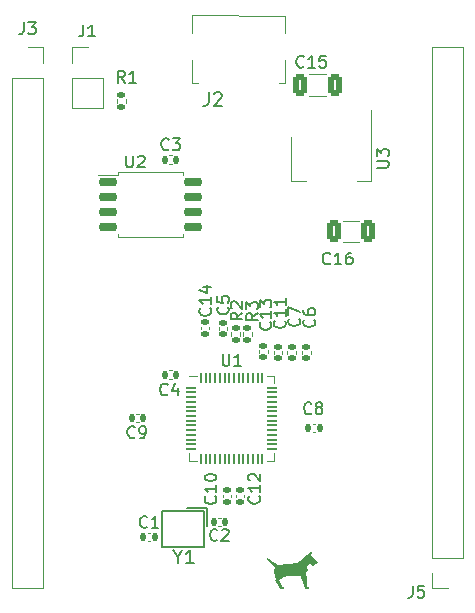
<source format=gto>
%TF.GenerationSoftware,KiCad,Pcbnew,7.0.0-da2b9df05c~163~ubuntu20.04.1*%
%TF.CreationDate,2023-05-09T10:41:34+01:00*%
%TF.ProjectId,KiCAD_Board_3_Minimal_Full_RP2040,4b694341-445f-4426-9f61-72645f335f4d,rev?*%
%TF.SameCoordinates,Original*%
%TF.FileFunction,Legend,Top*%
%TF.FilePolarity,Positive*%
%FSLAX46Y46*%
G04 Gerber Fmt 4.6, Leading zero omitted, Abs format (unit mm)*
G04 Created by KiCad (PCBNEW 7.0.0-da2b9df05c~163~ubuntu20.04.1) date 2023-05-09 10:41:34*
%MOMM*%
%LPD*%
G01*
G04 APERTURE LIST*
G04 Aperture macros list*
%AMRoundRect*
0 Rectangle with rounded corners*
0 $1 Rounding radius*
0 $2 $3 $4 $5 $6 $7 $8 $9 X,Y pos of 4 corners*
0 Add a 4 corners polygon primitive as box body*
4,1,4,$2,$3,$4,$5,$6,$7,$8,$9,$2,$3,0*
0 Add four circle primitives for the rounded corners*
1,1,$1+$1,$2,$3*
1,1,$1+$1,$4,$5*
1,1,$1+$1,$6,$7*
1,1,$1+$1,$8,$9*
0 Add four rect primitives between the rounded corners*
20,1,$1+$1,$2,$3,$4,$5,0*
20,1,$1+$1,$4,$5,$6,$7,0*
20,1,$1+$1,$6,$7,$8,$9,0*
20,1,$1+$1,$8,$9,$2,$3,0*%
G04 Aperture macros list end*
%ADD10C,0.042300*%
%ADD11C,0.150000*%
%ADD12C,0.152000*%
%ADD13C,0.120000*%
%ADD14RoundRect,0.140000X-0.140000X-0.170000X0.140000X-0.170000X0.140000X0.170000X-0.140000X0.170000X0*%
%ADD15RoundRect,0.250000X-0.325000X-0.650000X0.325000X-0.650000X0.325000X0.650000X-0.325000X0.650000X0*%
%ADD16RoundRect,0.135000X-0.185000X0.135000X-0.185000X-0.135000X0.185000X-0.135000X0.185000X0.135000X0*%
%ADD17R,1.700000X1.700000*%
%ADD18O,1.700000X1.700000*%
%ADD19RoundRect,0.140000X0.170000X-0.140000X0.170000X0.140000X-0.170000X0.140000X-0.170000X-0.140000X0*%
%ADD20RoundRect,0.050000X-0.387500X-0.050000X0.387500X-0.050000X0.387500X0.050000X-0.387500X0.050000X0*%
%ADD21RoundRect,0.050000X-0.050000X-0.387500X0.050000X-0.387500X0.050000X0.387500X-0.050000X0.387500X0*%
%ADD22R,3.200000X3.200000*%
%ADD23RoundRect,0.140000X0.140000X0.170000X-0.140000X0.170000X-0.140000X-0.170000X0.140000X-0.170000X0*%
%ADD24RoundRect,0.135000X0.185000X-0.135000X0.185000X0.135000X-0.185000X0.135000X-0.185000X-0.135000X0*%
%ADD25R,1.200000X1.100000*%
%ADD26RoundRect,0.150000X-0.650000X-0.150000X0.650000X-0.150000X0.650000X0.150000X-0.650000X0.150000X0*%
%ADD27R,0.450000X1.380000*%
%ADD28R,2.375000X1.900000*%
%ADD29R,1.475000X2.100000*%
%ADD30R,1.175000X1.900000*%
%ADD31RoundRect,0.140000X-0.170000X0.140000X-0.170000X-0.140000X0.170000X-0.140000X0.170000X0.140000X0*%
%ADD32R,1.500000X2.000000*%
%ADD33R,3.800000X2.000000*%
G04 APERTURE END LIST*
D10*
G36*
X125585630Y-84642033D02*
G01*
X125585899Y-84642689D01*
X125585989Y-84643587D01*
X125585903Y-84644721D01*
X125585646Y-84646085D01*
X125585221Y-84647672D01*
X125583880Y-84651493D01*
X125581911Y-84656131D01*
X125579342Y-84661538D01*
X125576203Y-84667662D01*
X125572524Y-84674453D01*
X125568334Y-84681861D01*
X125563662Y-84689835D01*
X125558537Y-84698325D01*
X125552989Y-84707280D01*
X125547047Y-84716650D01*
X125540741Y-84726385D01*
X125534100Y-84736434D01*
X125527153Y-84746746D01*
X125458369Y-84847859D01*
X125758336Y-85158566D01*
X125874746Y-85279863D01*
X125969974Y-85380478D01*
X126034198Y-85449931D01*
X126051614Y-85469696D01*
X126057595Y-85477740D01*
X126057470Y-85478254D01*
X126057099Y-85478892D01*
X126056489Y-85479650D01*
X126055646Y-85480525D01*
X126053285Y-85482610D01*
X126050068Y-85485117D01*
X126046043Y-85488015D01*
X126041262Y-85491276D01*
X126035775Y-85494868D01*
X126029631Y-85498761D01*
X126015578Y-85507334D01*
X125999503Y-85516753D01*
X125981809Y-85526779D01*
X125962899Y-85537171D01*
X125949883Y-85544342D01*
X125937570Y-85551382D01*
X125925897Y-85558343D01*
X125914797Y-85565278D01*
X125904204Y-85572238D01*
X125894053Y-85579278D01*
X125884278Y-85586448D01*
X125874813Y-85593803D01*
X125865593Y-85601394D01*
X125856552Y-85609275D01*
X125847625Y-85617497D01*
X125838745Y-85626113D01*
X125829847Y-85635176D01*
X125820865Y-85644739D01*
X125811734Y-85654854D01*
X125802388Y-85665574D01*
X125788899Y-85681133D01*
X125776072Y-85695641D01*
X125764203Y-85708782D01*
X125753591Y-85720238D01*
X125744535Y-85729690D01*
X125737332Y-85736821D01*
X125732280Y-85741314D01*
X125730654Y-85742472D01*
X125729677Y-85742851D01*
X125728287Y-85742282D01*
X125725439Y-85740614D01*
X125715683Y-85734206D01*
X125701039Y-85724078D01*
X125682136Y-85710682D01*
X125659604Y-85694469D01*
X125634070Y-85675890D01*
X125576519Y-85633444D01*
X125546760Y-85611581D01*
X125518528Y-85591323D01*
X125492476Y-85573104D01*
X125469255Y-85557358D01*
X125449517Y-85544520D01*
X125433912Y-85535023D01*
X125423093Y-85529301D01*
X125419681Y-85527992D01*
X125417710Y-85527789D01*
X125415839Y-85529141D01*
X125412699Y-85532022D01*
X125408363Y-85536355D01*
X125402905Y-85542061D01*
X125388911Y-85557279D01*
X125371298Y-85577050D01*
X125350648Y-85600749D01*
X125327543Y-85627749D01*
X125302565Y-85657424D01*
X125276296Y-85689149D01*
X125146732Y-85846937D01*
X125188855Y-85977552D01*
X125230968Y-86108175D01*
X125151028Y-86204474D01*
X125071076Y-86300819D01*
X125123628Y-86884132D01*
X125162282Y-87307179D01*
X125181430Y-87505182D01*
X125186696Y-87542973D01*
X125259884Y-87546004D01*
X125275393Y-87546698D01*
X125289273Y-87547687D01*
X125301597Y-87549044D01*
X125312440Y-87550836D01*
X125317331Y-87551918D01*
X125321879Y-87553136D01*
X125326094Y-87554497D01*
X125329986Y-87556011D01*
X125333565Y-87557687D01*
X125336838Y-87559533D01*
X125339817Y-87561557D01*
X125342510Y-87563770D01*
X125344926Y-87566179D01*
X125347076Y-87568794D01*
X125348967Y-87571622D01*
X125350610Y-87574673D01*
X125352015Y-87577956D01*
X125353189Y-87581479D01*
X125354144Y-87585251D01*
X125354888Y-87589280D01*
X125355430Y-87593576D01*
X125355780Y-87598147D01*
X125355940Y-87608150D01*
X125355445Y-87619358D01*
X125354369Y-87631841D01*
X125349194Y-87681704D01*
X125199585Y-87677164D01*
X125049971Y-87672625D01*
X124891982Y-87125069D01*
X124829619Y-86912096D01*
X124776613Y-86736976D01*
X124738571Y-86617833D01*
X124726914Y-86584916D01*
X124721100Y-86572790D01*
X124500150Y-86577521D01*
X124017958Y-86593299D01*
X123516646Y-86611690D01*
X123238334Y-86624262D01*
X123218703Y-86625955D01*
X123210711Y-86626817D01*
X123203814Y-86627776D01*
X123197920Y-86628897D01*
X123192939Y-86630245D01*
X123190762Y-86631025D01*
X123188780Y-86631885D01*
X123186980Y-86632835D01*
X123185352Y-86633882D01*
X123183883Y-86635035D01*
X123182563Y-86636301D01*
X123181381Y-86637689D01*
X123180324Y-86639207D01*
X123179382Y-86640862D01*
X123178543Y-86642664D01*
X123177796Y-86644619D01*
X123177129Y-86646737D01*
X123175991Y-86651493D01*
X123175039Y-86656994D01*
X123173326Y-86670497D01*
X123172375Y-86677532D01*
X123171782Y-86680841D01*
X123171072Y-86684043D01*
X123170217Y-86687164D01*
X123169188Y-86690228D01*
X123167956Y-86693260D01*
X123166492Y-86696286D01*
X123164768Y-86699329D01*
X123162755Y-86702414D01*
X123160425Y-86705567D01*
X123157748Y-86708812D01*
X123154696Y-86712174D01*
X123151241Y-86715677D01*
X123147354Y-86719347D01*
X123143005Y-86723209D01*
X123138166Y-86727286D01*
X123132810Y-86731605D01*
X123126906Y-86736189D01*
X123120426Y-86741064D01*
X123113341Y-86746254D01*
X123105624Y-86751784D01*
X123088174Y-86763964D01*
X123067848Y-86777801D01*
X123044415Y-86793496D01*
X122987310Y-86831247D01*
X122857903Y-86916848D01*
X122817434Y-86943919D01*
X122801261Y-86955087D01*
X122801418Y-86957212D01*
X122802871Y-86962347D01*
X122809408Y-86981023D01*
X122820368Y-87009872D01*
X122835246Y-87047648D01*
X122874731Y-87145003D01*
X122923823Y-87263130D01*
X123051208Y-87566605D01*
X123108534Y-87571145D01*
X123144115Y-87574266D01*
X123158601Y-87575843D01*
X123171067Y-87577559D01*
X123181653Y-87579510D01*
X123190498Y-87581793D01*
X123194310Y-87583089D01*
X123197739Y-87584504D01*
X123200802Y-87586049D01*
X123203515Y-87587737D01*
X123205897Y-87589580D01*
X123207965Y-87591590D01*
X123209736Y-87593779D01*
X123211227Y-87596159D01*
X123212456Y-87598741D01*
X123213440Y-87601539D01*
X123214196Y-87604563D01*
X123214742Y-87607826D01*
X123215272Y-87615117D01*
X123215167Y-87623508D01*
X123214568Y-87633094D01*
X123213612Y-87643973D01*
X123208463Y-87698375D01*
X123096004Y-87698344D01*
X122983544Y-87698303D01*
X122757048Y-87335648D01*
X122757125Y-87335110D01*
X122530629Y-86972453D01*
X122577932Y-86927065D01*
X122625239Y-86881647D01*
X122520197Y-86540448D01*
X122415157Y-86199213D01*
X122488759Y-86049349D01*
X122517359Y-85990458D01*
X122540820Y-85940886D01*
X122556718Y-85905841D01*
X122561075Y-85895396D01*
X122562631Y-85890537D01*
X122560763Y-85887769D01*
X122555219Y-85881394D01*
X122533854Y-85858583D01*
X122500039Y-85823628D01*
X122455276Y-85778053D01*
X122338908Y-85661141D01*
X122196761Y-85520038D01*
X122055527Y-85379363D01*
X121941638Y-85263634D01*
X121866722Y-85184830D01*
X121847511Y-85163018D01*
X121843104Y-85157165D01*
X121842405Y-85154931D01*
X121843583Y-85155038D01*
X121845886Y-85155910D01*
X121853748Y-85159869D01*
X121881688Y-85176114D01*
X121924373Y-85202450D01*
X121979949Y-85237658D01*
X122122365Y-85329819D01*
X122294111Y-85442854D01*
X122466886Y-85556099D01*
X122612102Y-85648941D01*
X122714509Y-85711794D01*
X122744894Y-85728979D01*
X122754048Y-85733486D01*
X122758859Y-85735071D01*
X123597286Y-85639588D01*
X124453250Y-85537313D01*
X124457794Y-85534873D01*
X124466441Y-85528798D01*
X124495147Y-85506493D01*
X124537567Y-85471897D01*
X124591899Y-85426511D01*
X124656345Y-85371835D01*
X124729103Y-85309368D01*
X124808371Y-85240612D01*
X124892351Y-85167067D01*
X125104961Y-84981500D01*
X125185513Y-84912763D01*
X125252581Y-84857056D01*
X125308928Y-84812126D01*
X125357315Y-84775721D01*
X125400505Y-84745590D01*
X125441262Y-84719482D01*
X125468238Y-84703130D01*
X125493828Y-84688030D01*
X125517442Y-84674502D01*
X125538488Y-84662866D01*
X125556375Y-84653441D01*
X125570513Y-84646546D01*
X125580311Y-84642501D01*
X125583398Y-84641648D01*
X125585178Y-84641626D01*
X125585630Y-84642033D01*
G37*
X125585630Y-84642033D02*
X125585899Y-84642689D01*
X125585989Y-84643587D01*
X125585903Y-84644721D01*
X125585646Y-84646085D01*
X125585221Y-84647672D01*
X125583880Y-84651493D01*
X125581911Y-84656131D01*
X125579342Y-84661538D01*
X125576203Y-84667662D01*
X125572524Y-84674453D01*
X125568334Y-84681861D01*
X125563662Y-84689835D01*
X125558537Y-84698325D01*
X125552989Y-84707280D01*
X125547047Y-84716650D01*
X125540741Y-84726385D01*
X125534100Y-84736434D01*
X125527153Y-84746746D01*
X125458369Y-84847859D01*
X125758336Y-85158566D01*
X125874746Y-85279863D01*
X125969974Y-85380478D01*
X126034198Y-85449931D01*
X126051614Y-85469696D01*
X126057595Y-85477740D01*
X126057470Y-85478254D01*
X126057099Y-85478892D01*
X126056489Y-85479650D01*
X126055646Y-85480525D01*
X126053285Y-85482610D01*
X126050068Y-85485117D01*
X126046043Y-85488015D01*
X126041262Y-85491276D01*
X126035775Y-85494868D01*
X126029631Y-85498761D01*
X126015578Y-85507334D01*
X125999503Y-85516753D01*
X125981809Y-85526779D01*
X125962899Y-85537171D01*
X125949883Y-85544342D01*
X125937570Y-85551382D01*
X125925897Y-85558343D01*
X125914797Y-85565278D01*
X125904204Y-85572238D01*
X125894053Y-85579278D01*
X125884278Y-85586448D01*
X125874813Y-85593803D01*
X125865593Y-85601394D01*
X125856552Y-85609275D01*
X125847625Y-85617497D01*
X125838745Y-85626113D01*
X125829847Y-85635176D01*
X125820865Y-85644739D01*
X125811734Y-85654854D01*
X125802388Y-85665574D01*
X125788899Y-85681133D01*
X125776072Y-85695641D01*
X125764203Y-85708782D01*
X125753591Y-85720238D01*
X125744535Y-85729690D01*
X125737332Y-85736821D01*
X125732280Y-85741314D01*
X125730654Y-85742472D01*
X125729677Y-85742851D01*
X125728287Y-85742282D01*
X125725439Y-85740614D01*
X125715683Y-85734206D01*
X125701039Y-85724078D01*
X125682136Y-85710682D01*
X125659604Y-85694469D01*
X125634070Y-85675890D01*
X125576519Y-85633444D01*
X125546760Y-85611581D01*
X125518528Y-85591323D01*
X125492476Y-85573104D01*
X125469255Y-85557358D01*
X125449517Y-85544520D01*
X125433912Y-85535023D01*
X125423093Y-85529301D01*
X125419681Y-85527992D01*
X125417710Y-85527789D01*
X125415839Y-85529141D01*
X125412699Y-85532022D01*
X125408363Y-85536355D01*
X125402905Y-85542061D01*
X125388911Y-85557279D01*
X125371298Y-85577050D01*
X125350648Y-85600749D01*
X125327543Y-85627749D01*
X125302565Y-85657424D01*
X125276296Y-85689149D01*
X125146732Y-85846937D01*
X125188855Y-85977552D01*
X125230968Y-86108175D01*
X125151028Y-86204474D01*
X125071076Y-86300819D01*
X125123628Y-86884132D01*
X125162282Y-87307179D01*
X125181430Y-87505182D01*
X125186696Y-87542973D01*
X125259884Y-87546004D01*
X125275393Y-87546698D01*
X125289273Y-87547687D01*
X125301597Y-87549044D01*
X125312440Y-87550836D01*
X125317331Y-87551918D01*
X125321879Y-87553136D01*
X125326094Y-87554497D01*
X125329986Y-87556011D01*
X125333565Y-87557687D01*
X125336838Y-87559533D01*
X125339817Y-87561557D01*
X125342510Y-87563770D01*
X125344926Y-87566179D01*
X125347076Y-87568794D01*
X125348967Y-87571622D01*
X125350610Y-87574673D01*
X125352015Y-87577956D01*
X125353189Y-87581479D01*
X125354144Y-87585251D01*
X125354888Y-87589280D01*
X125355430Y-87593576D01*
X125355780Y-87598147D01*
X125355940Y-87608150D01*
X125355445Y-87619358D01*
X125354369Y-87631841D01*
X125349194Y-87681704D01*
X125199585Y-87677164D01*
X125049971Y-87672625D01*
X124891982Y-87125069D01*
X124829619Y-86912096D01*
X124776613Y-86736976D01*
X124738571Y-86617833D01*
X124726914Y-86584916D01*
X124721100Y-86572790D01*
X124500150Y-86577521D01*
X124017958Y-86593299D01*
X123516646Y-86611690D01*
X123238334Y-86624262D01*
X123218703Y-86625955D01*
X123210711Y-86626817D01*
X123203814Y-86627776D01*
X123197920Y-86628897D01*
X123192939Y-86630245D01*
X123190762Y-86631025D01*
X123188780Y-86631885D01*
X123186980Y-86632835D01*
X123185352Y-86633882D01*
X123183883Y-86635035D01*
X123182563Y-86636301D01*
X123181381Y-86637689D01*
X123180324Y-86639207D01*
X123179382Y-86640862D01*
X123178543Y-86642664D01*
X123177796Y-86644619D01*
X123177129Y-86646737D01*
X123175991Y-86651493D01*
X123175039Y-86656994D01*
X123173326Y-86670497D01*
X123172375Y-86677532D01*
X123171782Y-86680841D01*
X123171072Y-86684043D01*
X123170217Y-86687164D01*
X123169188Y-86690228D01*
X123167956Y-86693260D01*
X123166492Y-86696286D01*
X123164768Y-86699329D01*
X123162755Y-86702414D01*
X123160425Y-86705567D01*
X123157748Y-86708812D01*
X123154696Y-86712174D01*
X123151241Y-86715677D01*
X123147354Y-86719347D01*
X123143005Y-86723209D01*
X123138166Y-86727286D01*
X123132810Y-86731605D01*
X123126906Y-86736189D01*
X123120426Y-86741064D01*
X123113341Y-86746254D01*
X123105624Y-86751784D01*
X123088174Y-86763964D01*
X123067848Y-86777801D01*
X123044415Y-86793496D01*
X122987310Y-86831247D01*
X122857903Y-86916848D01*
X122817434Y-86943919D01*
X122801261Y-86955087D01*
X122801418Y-86957212D01*
X122802871Y-86962347D01*
X122809408Y-86981023D01*
X122820368Y-87009872D01*
X122835246Y-87047648D01*
X122874731Y-87145003D01*
X122923823Y-87263130D01*
X123051208Y-87566605D01*
X123108534Y-87571145D01*
X123144115Y-87574266D01*
X123158601Y-87575843D01*
X123171067Y-87577559D01*
X123181653Y-87579510D01*
X123190498Y-87581793D01*
X123194310Y-87583089D01*
X123197739Y-87584504D01*
X123200802Y-87586049D01*
X123203515Y-87587737D01*
X123205897Y-87589580D01*
X123207965Y-87591590D01*
X123209736Y-87593779D01*
X123211227Y-87596159D01*
X123212456Y-87598741D01*
X123213440Y-87601539D01*
X123214196Y-87604563D01*
X123214742Y-87607826D01*
X123215272Y-87615117D01*
X123215167Y-87623508D01*
X123214568Y-87633094D01*
X123213612Y-87643973D01*
X123208463Y-87698375D01*
X123096004Y-87698344D01*
X122983544Y-87698303D01*
X122757048Y-87335648D01*
X122757125Y-87335110D01*
X122530629Y-86972453D01*
X122577932Y-86927065D01*
X122625239Y-86881647D01*
X122520197Y-86540448D01*
X122415157Y-86199213D01*
X122488759Y-86049349D01*
X122517359Y-85990458D01*
X122540820Y-85940886D01*
X122556718Y-85905841D01*
X122561075Y-85895396D01*
X122562631Y-85890537D01*
X122560763Y-85887769D01*
X122555219Y-85881394D01*
X122533854Y-85858583D01*
X122500039Y-85823628D01*
X122455276Y-85778053D01*
X122338908Y-85661141D01*
X122196761Y-85520038D01*
X122055527Y-85379363D01*
X121941638Y-85263634D01*
X121866722Y-85184830D01*
X121847511Y-85163018D01*
X121843104Y-85157165D01*
X121842405Y-85154931D01*
X121843583Y-85155038D01*
X121845886Y-85155910D01*
X121853748Y-85159869D01*
X121881688Y-85176114D01*
X121924373Y-85202450D01*
X121979949Y-85237658D01*
X122122365Y-85329819D01*
X122294111Y-85442854D01*
X122466886Y-85556099D01*
X122612102Y-85648941D01*
X122714509Y-85711794D01*
X122744894Y-85728979D01*
X122754048Y-85733486D01*
X122758859Y-85735071D01*
X123597286Y-85639588D01*
X124453250Y-85537313D01*
X124457794Y-85534873D01*
X124466441Y-85528798D01*
X124495147Y-85506493D01*
X124537567Y-85471897D01*
X124591899Y-85426511D01*
X124656345Y-85371835D01*
X124729103Y-85309368D01*
X124808371Y-85240612D01*
X124892351Y-85167067D01*
X125104961Y-84981500D01*
X125185513Y-84912763D01*
X125252581Y-84857056D01*
X125308928Y-84812126D01*
X125357315Y-84775721D01*
X125400505Y-84745590D01*
X125441262Y-84719482D01*
X125468238Y-84703130D01*
X125493828Y-84688030D01*
X125517442Y-84674502D01*
X125538488Y-84662866D01*
X125556375Y-84653441D01*
X125570513Y-84646546D01*
X125580311Y-84642501D01*
X125583398Y-84641648D01*
X125585178Y-84641626D01*
X125585630Y-84642033D01*
D11*
%TO.C,C1*%
X111713333Y-82482142D02*
X111665714Y-82529761D01*
X111665714Y-82529761D02*
X111522857Y-82577380D01*
X111522857Y-82577380D02*
X111427619Y-82577380D01*
X111427619Y-82577380D02*
X111284762Y-82529761D01*
X111284762Y-82529761D02*
X111189524Y-82434523D01*
X111189524Y-82434523D02*
X111141905Y-82339285D01*
X111141905Y-82339285D02*
X111094286Y-82148809D01*
X111094286Y-82148809D02*
X111094286Y-82005952D01*
X111094286Y-82005952D02*
X111141905Y-81815476D01*
X111141905Y-81815476D02*
X111189524Y-81720238D01*
X111189524Y-81720238D02*
X111284762Y-81625000D01*
X111284762Y-81625000D02*
X111427619Y-81577380D01*
X111427619Y-81577380D02*
X111522857Y-81577380D01*
X111522857Y-81577380D02*
X111665714Y-81625000D01*
X111665714Y-81625000D02*
X111713333Y-81672619D01*
X112665714Y-82577380D02*
X112094286Y-82577380D01*
X112380000Y-82577380D02*
X112380000Y-81577380D01*
X112380000Y-81577380D02*
X112284762Y-81720238D01*
X112284762Y-81720238D02*
X112189524Y-81815476D01*
X112189524Y-81815476D02*
X112094286Y-81863095D01*
%TO.C,C16*%
X127197142Y-60182142D02*
X127149523Y-60229761D01*
X127149523Y-60229761D02*
X127006666Y-60277380D01*
X127006666Y-60277380D02*
X126911428Y-60277380D01*
X126911428Y-60277380D02*
X126768571Y-60229761D01*
X126768571Y-60229761D02*
X126673333Y-60134523D01*
X126673333Y-60134523D02*
X126625714Y-60039285D01*
X126625714Y-60039285D02*
X126578095Y-59848809D01*
X126578095Y-59848809D02*
X126578095Y-59705952D01*
X126578095Y-59705952D02*
X126625714Y-59515476D01*
X126625714Y-59515476D02*
X126673333Y-59420238D01*
X126673333Y-59420238D02*
X126768571Y-59325000D01*
X126768571Y-59325000D02*
X126911428Y-59277380D01*
X126911428Y-59277380D02*
X127006666Y-59277380D01*
X127006666Y-59277380D02*
X127149523Y-59325000D01*
X127149523Y-59325000D02*
X127197142Y-59372619D01*
X128149523Y-60277380D02*
X127578095Y-60277380D01*
X127863809Y-60277380D02*
X127863809Y-59277380D01*
X127863809Y-59277380D02*
X127768571Y-59420238D01*
X127768571Y-59420238D02*
X127673333Y-59515476D01*
X127673333Y-59515476D02*
X127578095Y-59563095D01*
X129006666Y-59277380D02*
X128816190Y-59277380D01*
X128816190Y-59277380D02*
X128720952Y-59325000D01*
X128720952Y-59325000D02*
X128673333Y-59372619D01*
X128673333Y-59372619D02*
X128578095Y-59515476D01*
X128578095Y-59515476D02*
X128530476Y-59705952D01*
X128530476Y-59705952D02*
X128530476Y-60086904D01*
X128530476Y-60086904D02*
X128578095Y-60182142D01*
X128578095Y-60182142D02*
X128625714Y-60229761D01*
X128625714Y-60229761D02*
X128720952Y-60277380D01*
X128720952Y-60277380D02*
X128911428Y-60277380D01*
X128911428Y-60277380D02*
X129006666Y-60229761D01*
X129006666Y-60229761D02*
X129054285Y-60182142D01*
X129054285Y-60182142D02*
X129101904Y-60086904D01*
X129101904Y-60086904D02*
X129101904Y-59848809D01*
X129101904Y-59848809D02*
X129054285Y-59753571D01*
X129054285Y-59753571D02*
X129006666Y-59705952D01*
X129006666Y-59705952D02*
X128911428Y-59658333D01*
X128911428Y-59658333D02*
X128720952Y-59658333D01*
X128720952Y-59658333D02*
X128625714Y-59705952D01*
X128625714Y-59705952D02*
X128578095Y-59753571D01*
X128578095Y-59753571D02*
X128530476Y-59848809D01*
%TO.C,R2*%
X119767380Y-64356666D02*
X119291190Y-64689999D01*
X119767380Y-64928094D02*
X118767380Y-64928094D01*
X118767380Y-64928094D02*
X118767380Y-64547142D01*
X118767380Y-64547142D02*
X118815000Y-64451904D01*
X118815000Y-64451904D02*
X118862619Y-64404285D01*
X118862619Y-64404285D02*
X118957857Y-64356666D01*
X118957857Y-64356666D02*
X119100714Y-64356666D01*
X119100714Y-64356666D02*
X119195952Y-64404285D01*
X119195952Y-64404285D02*
X119243571Y-64451904D01*
X119243571Y-64451904D02*
X119291190Y-64547142D01*
X119291190Y-64547142D02*
X119291190Y-64928094D01*
X118862619Y-63975713D02*
X118815000Y-63928094D01*
X118815000Y-63928094D02*
X118767380Y-63832856D01*
X118767380Y-63832856D02*
X118767380Y-63594761D01*
X118767380Y-63594761D02*
X118815000Y-63499523D01*
X118815000Y-63499523D02*
X118862619Y-63451904D01*
X118862619Y-63451904D02*
X118957857Y-63404285D01*
X118957857Y-63404285D02*
X119053095Y-63404285D01*
X119053095Y-63404285D02*
X119195952Y-63451904D01*
X119195952Y-63451904D02*
X119767380Y-64023332D01*
X119767380Y-64023332D02*
X119767380Y-63404285D01*
%TO.C,J3*%
X101266666Y-39777380D02*
X101266666Y-40491666D01*
X101266666Y-40491666D02*
X101219047Y-40634523D01*
X101219047Y-40634523D02*
X101123809Y-40729761D01*
X101123809Y-40729761D02*
X100980952Y-40777380D01*
X100980952Y-40777380D02*
X100885714Y-40777380D01*
X101647619Y-39777380D02*
X102266666Y-39777380D01*
X102266666Y-39777380D02*
X101933333Y-40158333D01*
X101933333Y-40158333D02*
X102076190Y-40158333D01*
X102076190Y-40158333D02*
X102171428Y-40205952D01*
X102171428Y-40205952D02*
X102219047Y-40253571D01*
X102219047Y-40253571D02*
X102266666Y-40348809D01*
X102266666Y-40348809D02*
X102266666Y-40586904D01*
X102266666Y-40586904D02*
X102219047Y-40682142D01*
X102219047Y-40682142D02*
X102171428Y-40729761D01*
X102171428Y-40729761D02*
X102076190Y-40777380D01*
X102076190Y-40777380D02*
X101790476Y-40777380D01*
X101790476Y-40777380D02*
X101695238Y-40729761D01*
X101695238Y-40729761D02*
X101647619Y-40682142D01*
%TO.C,C11*%
X123342142Y-65042857D02*
X123389761Y-65090476D01*
X123389761Y-65090476D02*
X123437380Y-65233333D01*
X123437380Y-65233333D02*
X123437380Y-65328571D01*
X123437380Y-65328571D02*
X123389761Y-65471428D01*
X123389761Y-65471428D02*
X123294523Y-65566666D01*
X123294523Y-65566666D02*
X123199285Y-65614285D01*
X123199285Y-65614285D02*
X123008809Y-65661904D01*
X123008809Y-65661904D02*
X122865952Y-65661904D01*
X122865952Y-65661904D02*
X122675476Y-65614285D01*
X122675476Y-65614285D02*
X122580238Y-65566666D01*
X122580238Y-65566666D02*
X122485000Y-65471428D01*
X122485000Y-65471428D02*
X122437380Y-65328571D01*
X122437380Y-65328571D02*
X122437380Y-65233333D01*
X122437380Y-65233333D02*
X122485000Y-65090476D01*
X122485000Y-65090476D02*
X122532619Y-65042857D01*
X123437380Y-64090476D02*
X123437380Y-64661904D01*
X123437380Y-64376190D02*
X122437380Y-64376190D01*
X122437380Y-64376190D02*
X122580238Y-64471428D01*
X122580238Y-64471428D02*
X122675476Y-64566666D01*
X122675476Y-64566666D02*
X122723095Y-64661904D01*
X123437380Y-63138095D02*
X123437380Y-63709523D01*
X123437380Y-63423809D02*
X122437380Y-63423809D01*
X122437380Y-63423809D02*
X122580238Y-63519047D01*
X122580238Y-63519047D02*
X122675476Y-63614285D01*
X122675476Y-63614285D02*
X122723095Y-63709523D01*
%TO.C,R1*%
X109813333Y-44877380D02*
X109480000Y-44401190D01*
X109241905Y-44877380D02*
X109241905Y-43877380D01*
X109241905Y-43877380D02*
X109622857Y-43877380D01*
X109622857Y-43877380D02*
X109718095Y-43925000D01*
X109718095Y-43925000D02*
X109765714Y-43972619D01*
X109765714Y-43972619D02*
X109813333Y-44067857D01*
X109813333Y-44067857D02*
X109813333Y-44210714D01*
X109813333Y-44210714D02*
X109765714Y-44305952D01*
X109765714Y-44305952D02*
X109718095Y-44353571D01*
X109718095Y-44353571D02*
X109622857Y-44401190D01*
X109622857Y-44401190D02*
X109241905Y-44401190D01*
X110765714Y-44877380D02*
X110194286Y-44877380D01*
X110480000Y-44877380D02*
X110480000Y-43877380D01*
X110480000Y-43877380D02*
X110384762Y-44020238D01*
X110384762Y-44020238D02*
X110289524Y-44115476D01*
X110289524Y-44115476D02*
X110194286Y-44163095D01*
%TO.C,U1*%
X118098095Y-67854880D02*
X118098095Y-68664404D01*
X118098095Y-68664404D02*
X118145714Y-68759642D01*
X118145714Y-68759642D02*
X118193333Y-68807261D01*
X118193333Y-68807261D02*
X118288571Y-68854880D01*
X118288571Y-68854880D02*
X118479047Y-68854880D01*
X118479047Y-68854880D02*
X118574285Y-68807261D01*
X118574285Y-68807261D02*
X118621904Y-68759642D01*
X118621904Y-68759642D02*
X118669523Y-68664404D01*
X118669523Y-68664404D02*
X118669523Y-67854880D01*
X119669523Y-68854880D02*
X119098095Y-68854880D01*
X119383809Y-68854880D02*
X119383809Y-67854880D01*
X119383809Y-67854880D02*
X119288571Y-67997738D01*
X119288571Y-67997738D02*
X119193333Y-68092976D01*
X119193333Y-68092976D02*
X119098095Y-68140595D01*
%TO.C,J1*%
X106296666Y-39977380D02*
X106296666Y-40691666D01*
X106296666Y-40691666D02*
X106249047Y-40834523D01*
X106249047Y-40834523D02*
X106153809Y-40929761D01*
X106153809Y-40929761D02*
X106010952Y-40977380D01*
X106010952Y-40977380D02*
X105915714Y-40977380D01*
X107296666Y-40977380D02*
X106725238Y-40977380D01*
X107010952Y-40977380D02*
X107010952Y-39977380D01*
X107010952Y-39977380D02*
X106915714Y-40120238D01*
X106915714Y-40120238D02*
X106820476Y-40215476D01*
X106820476Y-40215476D02*
X106725238Y-40263095D01*
%TO.C,C13*%
X122142142Y-65172857D02*
X122189761Y-65220476D01*
X122189761Y-65220476D02*
X122237380Y-65363333D01*
X122237380Y-65363333D02*
X122237380Y-65458571D01*
X122237380Y-65458571D02*
X122189761Y-65601428D01*
X122189761Y-65601428D02*
X122094523Y-65696666D01*
X122094523Y-65696666D02*
X121999285Y-65744285D01*
X121999285Y-65744285D02*
X121808809Y-65791904D01*
X121808809Y-65791904D02*
X121665952Y-65791904D01*
X121665952Y-65791904D02*
X121475476Y-65744285D01*
X121475476Y-65744285D02*
X121380238Y-65696666D01*
X121380238Y-65696666D02*
X121285000Y-65601428D01*
X121285000Y-65601428D02*
X121237380Y-65458571D01*
X121237380Y-65458571D02*
X121237380Y-65363333D01*
X121237380Y-65363333D02*
X121285000Y-65220476D01*
X121285000Y-65220476D02*
X121332619Y-65172857D01*
X122237380Y-64220476D02*
X122237380Y-64791904D01*
X122237380Y-64506190D02*
X121237380Y-64506190D01*
X121237380Y-64506190D02*
X121380238Y-64601428D01*
X121380238Y-64601428D02*
X121475476Y-64696666D01*
X121475476Y-64696666D02*
X121523095Y-64791904D01*
X121237380Y-63887142D02*
X121237380Y-63268095D01*
X121237380Y-63268095D02*
X121618333Y-63601428D01*
X121618333Y-63601428D02*
X121618333Y-63458571D01*
X121618333Y-63458571D02*
X121665952Y-63363333D01*
X121665952Y-63363333D02*
X121713571Y-63315714D01*
X121713571Y-63315714D02*
X121808809Y-63268095D01*
X121808809Y-63268095D02*
X122046904Y-63268095D01*
X122046904Y-63268095D02*
X122142142Y-63315714D01*
X122142142Y-63315714D02*
X122189761Y-63363333D01*
X122189761Y-63363333D02*
X122237380Y-63458571D01*
X122237380Y-63458571D02*
X122237380Y-63744285D01*
X122237380Y-63744285D02*
X122189761Y-63839523D01*
X122189761Y-63839523D02*
X122142142Y-63887142D01*
%TO.C,C8*%
X125603333Y-72862142D02*
X125555714Y-72909761D01*
X125555714Y-72909761D02*
X125412857Y-72957380D01*
X125412857Y-72957380D02*
X125317619Y-72957380D01*
X125317619Y-72957380D02*
X125174762Y-72909761D01*
X125174762Y-72909761D02*
X125079524Y-72814523D01*
X125079524Y-72814523D02*
X125031905Y-72719285D01*
X125031905Y-72719285D02*
X124984286Y-72528809D01*
X124984286Y-72528809D02*
X124984286Y-72385952D01*
X124984286Y-72385952D02*
X125031905Y-72195476D01*
X125031905Y-72195476D02*
X125079524Y-72100238D01*
X125079524Y-72100238D02*
X125174762Y-72005000D01*
X125174762Y-72005000D02*
X125317619Y-71957380D01*
X125317619Y-71957380D02*
X125412857Y-71957380D01*
X125412857Y-71957380D02*
X125555714Y-72005000D01*
X125555714Y-72005000D02*
X125603333Y-72052619D01*
X126174762Y-72385952D02*
X126079524Y-72338333D01*
X126079524Y-72338333D02*
X126031905Y-72290714D01*
X126031905Y-72290714D02*
X125984286Y-72195476D01*
X125984286Y-72195476D02*
X125984286Y-72147857D01*
X125984286Y-72147857D02*
X126031905Y-72052619D01*
X126031905Y-72052619D02*
X126079524Y-72005000D01*
X126079524Y-72005000D02*
X126174762Y-71957380D01*
X126174762Y-71957380D02*
X126365238Y-71957380D01*
X126365238Y-71957380D02*
X126460476Y-72005000D01*
X126460476Y-72005000D02*
X126508095Y-72052619D01*
X126508095Y-72052619D02*
X126555714Y-72147857D01*
X126555714Y-72147857D02*
X126555714Y-72195476D01*
X126555714Y-72195476D02*
X126508095Y-72290714D01*
X126508095Y-72290714D02*
X126460476Y-72338333D01*
X126460476Y-72338333D02*
X126365238Y-72385952D01*
X126365238Y-72385952D02*
X126174762Y-72385952D01*
X126174762Y-72385952D02*
X126079524Y-72433571D01*
X126079524Y-72433571D02*
X126031905Y-72481190D01*
X126031905Y-72481190D02*
X125984286Y-72576428D01*
X125984286Y-72576428D02*
X125984286Y-72766904D01*
X125984286Y-72766904D02*
X126031905Y-72862142D01*
X126031905Y-72862142D02*
X126079524Y-72909761D01*
X126079524Y-72909761D02*
X126174762Y-72957380D01*
X126174762Y-72957380D02*
X126365238Y-72957380D01*
X126365238Y-72957380D02*
X126460476Y-72909761D01*
X126460476Y-72909761D02*
X126508095Y-72862142D01*
X126508095Y-72862142D02*
X126555714Y-72766904D01*
X126555714Y-72766904D02*
X126555714Y-72576428D01*
X126555714Y-72576428D02*
X126508095Y-72481190D01*
X126508095Y-72481190D02*
X126460476Y-72433571D01*
X126460476Y-72433571D02*
X126365238Y-72385952D01*
%TO.C,C2*%
X117653333Y-83582142D02*
X117605714Y-83629761D01*
X117605714Y-83629761D02*
X117462857Y-83677380D01*
X117462857Y-83677380D02*
X117367619Y-83677380D01*
X117367619Y-83677380D02*
X117224762Y-83629761D01*
X117224762Y-83629761D02*
X117129524Y-83534523D01*
X117129524Y-83534523D02*
X117081905Y-83439285D01*
X117081905Y-83439285D02*
X117034286Y-83248809D01*
X117034286Y-83248809D02*
X117034286Y-83105952D01*
X117034286Y-83105952D02*
X117081905Y-82915476D01*
X117081905Y-82915476D02*
X117129524Y-82820238D01*
X117129524Y-82820238D02*
X117224762Y-82725000D01*
X117224762Y-82725000D02*
X117367619Y-82677380D01*
X117367619Y-82677380D02*
X117462857Y-82677380D01*
X117462857Y-82677380D02*
X117605714Y-82725000D01*
X117605714Y-82725000D02*
X117653333Y-82772619D01*
X118034286Y-82772619D02*
X118081905Y-82725000D01*
X118081905Y-82725000D02*
X118177143Y-82677380D01*
X118177143Y-82677380D02*
X118415238Y-82677380D01*
X118415238Y-82677380D02*
X118510476Y-82725000D01*
X118510476Y-82725000D02*
X118558095Y-82772619D01*
X118558095Y-82772619D02*
X118605714Y-82867857D01*
X118605714Y-82867857D02*
X118605714Y-82963095D01*
X118605714Y-82963095D02*
X118558095Y-83105952D01*
X118558095Y-83105952D02*
X117986667Y-83677380D01*
X117986667Y-83677380D02*
X118605714Y-83677380D01*
%TO.C,C14*%
X117032142Y-63992857D02*
X117079761Y-64040476D01*
X117079761Y-64040476D02*
X117127380Y-64183333D01*
X117127380Y-64183333D02*
X117127380Y-64278571D01*
X117127380Y-64278571D02*
X117079761Y-64421428D01*
X117079761Y-64421428D02*
X116984523Y-64516666D01*
X116984523Y-64516666D02*
X116889285Y-64564285D01*
X116889285Y-64564285D02*
X116698809Y-64611904D01*
X116698809Y-64611904D02*
X116555952Y-64611904D01*
X116555952Y-64611904D02*
X116365476Y-64564285D01*
X116365476Y-64564285D02*
X116270238Y-64516666D01*
X116270238Y-64516666D02*
X116175000Y-64421428D01*
X116175000Y-64421428D02*
X116127380Y-64278571D01*
X116127380Y-64278571D02*
X116127380Y-64183333D01*
X116127380Y-64183333D02*
X116175000Y-64040476D01*
X116175000Y-64040476D02*
X116222619Y-63992857D01*
X117127380Y-63040476D02*
X117127380Y-63611904D01*
X117127380Y-63326190D02*
X116127380Y-63326190D01*
X116127380Y-63326190D02*
X116270238Y-63421428D01*
X116270238Y-63421428D02*
X116365476Y-63516666D01*
X116365476Y-63516666D02*
X116413095Y-63611904D01*
X116460714Y-62183333D02*
X117127380Y-62183333D01*
X116079761Y-62421428D02*
X116794047Y-62659523D01*
X116794047Y-62659523D02*
X116794047Y-62040476D01*
%TO.C,R3*%
X121077380Y-64416666D02*
X120601190Y-64749999D01*
X121077380Y-64988094D02*
X120077380Y-64988094D01*
X120077380Y-64988094D02*
X120077380Y-64607142D01*
X120077380Y-64607142D02*
X120125000Y-64511904D01*
X120125000Y-64511904D02*
X120172619Y-64464285D01*
X120172619Y-64464285D02*
X120267857Y-64416666D01*
X120267857Y-64416666D02*
X120410714Y-64416666D01*
X120410714Y-64416666D02*
X120505952Y-64464285D01*
X120505952Y-64464285D02*
X120553571Y-64511904D01*
X120553571Y-64511904D02*
X120601190Y-64607142D01*
X120601190Y-64607142D02*
X120601190Y-64988094D01*
X120077380Y-64083332D02*
X120077380Y-63464285D01*
X120077380Y-63464285D02*
X120458333Y-63797618D01*
X120458333Y-63797618D02*
X120458333Y-63654761D01*
X120458333Y-63654761D02*
X120505952Y-63559523D01*
X120505952Y-63559523D02*
X120553571Y-63511904D01*
X120553571Y-63511904D02*
X120648809Y-63464285D01*
X120648809Y-63464285D02*
X120886904Y-63464285D01*
X120886904Y-63464285D02*
X120982142Y-63511904D01*
X120982142Y-63511904D02*
X121029761Y-63559523D01*
X121029761Y-63559523D02*
X121077380Y-63654761D01*
X121077380Y-63654761D02*
X121077380Y-63940475D01*
X121077380Y-63940475D02*
X121029761Y-64035713D01*
X121029761Y-64035713D02*
X120982142Y-64083332D01*
%TO.C,C3*%
X113533333Y-50512142D02*
X113485714Y-50559761D01*
X113485714Y-50559761D02*
X113342857Y-50607380D01*
X113342857Y-50607380D02*
X113247619Y-50607380D01*
X113247619Y-50607380D02*
X113104762Y-50559761D01*
X113104762Y-50559761D02*
X113009524Y-50464523D01*
X113009524Y-50464523D02*
X112961905Y-50369285D01*
X112961905Y-50369285D02*
X112914286Y-50178809D01*
X112914286Y-50178809D02*
X112914286Y-50035952D01*
X112914286Y-50035952D02*
X112961905Y-49845476D01*
X112961905Y-49845476D02*
X113009524Y-49750238D01*
X113009524Y-49750238D02*
X113104762Y-49655000D01*
X113104762Y-49655000D02*
X113247619Y-49607380D01*
X113247619Y-49607380D02*
X113342857Y-49607380D01*
X113342857Y-49607380D02*
X113485714Y-49655000D01*
X113485714Y-49655000D02*
X113533333Y-49702619D01*
X113866667Y-49607380D02*
X114485714Y-49607380D01*
X114485714Y-49607380D02*
X114152381Y-49988333D01*
X114152381Y-49988333D02*
X114295238Y-49988333D01*
X114295238Y-49988333D02*
X114390476Y-50035952D01*
X114390476Y-50035952D02*
X114438095Y-50083571D01*
X114438095Y-50083571D02*
X114485714Y-50178809D01*
X114485714Y-50178809D02*
X114485714Y-50416904D01*
X114485714Y-50416904D02*
X114438095Y-50512142D01*
X114438095Y-50512142D02*
X114390476Y-50559761D01*
X114390476Y-50559761D02*
X114295238Y-50607380D01*
X114295238Y-50607380D02*
X114009524Y-50607380D01*
X114009524Y-50607380D02*
X113914286Y-50559761D01*
X113914286Y-50559761D02*
X113866667Y-50512142D01*
%TO.C,C5*%
X118532142Y-63886666D02*
X118579761Y-63934285D01*
X118579761Y-63934285D02*
X118627380Y-64077142D01*
X118627380Y-64077142D02*
X118627380Y-64172380D01*
X118627380Y-64172380D02*
X118579761Y-64315237D01*
X118579761Y-64315237D02*
X118484523Y-64410475D01*
X118484523Y-64410475D02*
X118389285Y-64458094D01*
X118389285Y-64458094D02*
X118198809Y-64505713D01*
X118198809Y-64505713D02*
X118055952Y-64505713D01*
X118055952Y-64505713D02*
X117865476Y-64458094D01*
X117865476Y-64458094D02*
X117770238Y-64410475D01*
X117770238Y-64410475D02*
X117675000Y-64315237D01*
X117675000Y-64315237D02*
X117627380Y-64172380D01*
X117627380Y-64172380D02*
X117627380Y-64077142D01*
X117627380Y-64077142D02*
X117675000Y-63934285D01*
X117675000Y-63934285D02*
X117722619Y-63886666D01*
X117627380Y-62981904D02*
X117627380Y-63458094D01*
X117627380Y-63458094D02*
X118103571Y-63505713D01*
X118103571Y-63505713D02*
X118055952Y-63458094D01*
X118055952Y-63458094D02*
X118008333Y-63362856D01*
X118008333Y-63362856D02*
X118008333Y-63124761D01*
X118008333Y-63124761D02*
X118055952Y-63029523D01*
X118055952Y-63029523D02*
X118103571Y-62981904D01*
X118103571Y-62981904D02*
X118198809Y-62934285D01*
X118198809Y-62934285D02*
X118436904Y-62934285D01*
X118436904Y-62934285D02*
X118532142Y-62981904D01*
X118532142Y-62981904D02*
X118579761Y-63029523D01*
X118579761Y-63029523D02*
X118627380Y-63124761D01*
X118627380Y-63124761D02*
X118627380Y-63362856D01*
X118627380Y-63362856D02*
X118579761Y-63458094D01*
X118579761Y-63458094D02*
X118532142Y-63505713D01*
D12*
%TO.C,Y1*%
X114281572Y-85035630D02*
X114281572Y-85579916D01*
X113900572Y-84436916D02*
X114281572Y-85035630D01*
X114281572Y-85035630D02*
X114662572Y-84436916D01*
X115642286Y-85579916D02*
X114989143Y-85579916D01*
X115315714Y-85579916D02*
X115315714Y-84436916D01*
X115315714Y-84436916D02*
X115206857Y-84600202D01*
X115206857Y-84600202D02*
X115098000Y-84709059D01*
X115098000Y-84709059D02*
X114989143Y-84763487D01*
D11*
%TO.C,U2*%
X109938095Y-51057380D02*
X109938095Y-51866904D01*
X109938095Y-51866904D02*
X109985714Y-51962142D01*
X109985714Y-51962142D02*
X110033333Y-52009761D01*
X110033333Y-52009761D02*
X110128571Y-52057380D01*
X110128571Y-52057380D02*
X110319047Y-52057380D01*
X110319047Y-52057380D02*
X110414285Y-52009761D01*
X110414285Y-52009761D02*
X110461904Y-51962142D01*
X110461904Y-51962142D02*
X110509523Y-51866904D01*
X110509523Y-51866904D02*
X110509523Y-51057380D01*
X110938095Y-51152619D02*
X110985714Y-51105000D01*
X110985714Y-51105000D02*
X111080952Y-51057380D01*
X111080952Y-51057380D02*
X111319047Y-51057380D01*
X111319047Y-51057380D02*
X111414285Y-51105000D01*
X111414285Y-51105000D02*
X111461904Y-51152619D01*
X111461904Y-51152619D02*
X111509523Y-51247857D01*
X111509523Y-51247857D02*
X111509523Y-51343095D01*
X111509523Y-51343095D02*
X111461904Y-51485952D01*
X111461904Y-51485952D02*
X110890476Y-52057380D01*
X110890476Y-52057380D02*
X111509523Y-52057380D01*
%TO.C,C4*%
X113433333Y-71272142D02*
X113385714Y-71319761D01*
X113385714Y-71319761D02*
X113242857Y-71367380D01*
X113242857Y-71367380D02*
X113147619Y-71367380D01*
X113147619Y-71367380D02*
X113004762Y-71319761D01*
X113004762Y-71319761D02*
X112909524Y-71224523D01*
X112909524Y-71224523D02*
X112861905Y-71129285D01*
X112861905Y-71129285D02*
X112814286Y-70938809D01*
X112814286Y-70938809D02*
X112814286Y-70795952D01*
X112814286Y-70795952D02*
X112861905Y-70605476D01*
X112861905Y-70605476D02*
X112909524Y-70510238D01*
X112909524Y-70510238D02*
X113004762Y-70415000D01*
X113004762Y-70415000D02*
X113147619Y-70367380D01*
X113147619Y-70367380D02*
X113242857Y-70367380D01*
X113242857Y-70367380D02*
X113385714Y-70415000D01*
X113385714Y-70415000D02*
X113433333Y-70462619D01*
X114290476Y-70700714D02*
X114290476Y-71367380D01*
X114052381Y-70319761D02*
X113814286Y-71034047D01*
X113814286Y-71034047D02*
X114433333Y-71034047D01*
%TO.C,C6*%
X125832142Y-64956666D02*
X125879761Y-65004285D01*
X125879761Y-65004285D02*
X125927380Y-65147142D01*
X125927380Y-65147142D02*
X125927380Y-65242380D01*
X125927380Y-65242380D02*
X125879761Y-65385237D01*
X125879761Y-65385237D02*
X125784523Y-65480475D01*
X125784523Y-65480475D02*
X125689285Y-65528094D01*
X125689285Y-65528094D02*
X125498809Y-65575713D01*
X125498809Y-65575713D02*
X125355952Y-65575713D01*
X125355952Y-65575713D02*
X125165476Y-65528094D01*
X125165476Y-65528094D02*
X125070238Y-65480475D01*
X125070238Y-65480475D02*
X124975000Y-65385237D01*
X124975000Y-65385237D02*
X124927380Y-65242380D01*
X124927380Y-65242380D02*
X124927380Y-65147142D01*
X124927380Y-65147142D02*
X124975000Y-65004285D01*
X124975000Y-65004285D02*
X125022619Y-64956666D01*
X124927380Y-64099523D02*
X124927380Y-64289999D01*
X124927380Y-64289999D02*
X124975000Y-64385237D01*
X124975000Y-64385237D02*
X125022619Y-64432856D01*
X125022619Y-64432856D02*
X125165476Y-64528094D01*
X125165476Y-64528094D02*
X125355952Y-64575713D01*
X125355952Y-64575713D02*
X125736904Y-64575713D01*
X125736904Y-64575713D02*
X125832142Y-64528094D01*
X125832142Y-64528094D02*
X125879761Y-64480475D01*
X125879761Y-64480475D02*
X125927380Y-64385237D01*
X125927380Y-64385237D02*
X125927380Y-64194761D01*
X125927380Y-64194761D02*
X125879761Y-64099523D01*
X125879761Y-64099523D02*
X125832142Y-64051904D01*
X125832142Y-64051904D02*
X125736904Y-64004285D01*
X125736904Y-64004285D02*
X125498809Y-64004285D01*
X125498809Y-64004285D02*
X125403571Y-64051904D01*
X125403571Y-64051904D02*
X125355952Y-64099523D01*
X125355952Y-64099523D02*
X125308333Y-64194761D01*
X125308333Y-64194761D02*
X125308333Y-64385237D01*
X125308333Y-64385237D02*
X125355952Y-64480475D01*
X125355952Y-64480475D02*
X125403571Y-64528094D01*
X125403571Y-64528094D02*
X125498809Y-64575713D01*
%TO.C,C9*%
X110663333Y-74892142D02*
X110615714Y-74939761D01*
X110615714Y-74939761D02*
X110472857Y-74987380D01*
X110472857Y-74987380D02*
X110377619Y-74987380D01*
X110377619Y-74987380D02*
X110234762Y-74939761D01*
X110234762Y-74939761D02*
X110139524Y-74844523D01*
X110139524Y-74844523D02*
X110091905Y-74749285D01*
X110091905Y-74749285D02*
X110044286Y-74558809D01*
X110044286Y-74558809D02*
X110044286Y-74415952D01*
X110044286Y-74415952D02*
X110091905Y-74225476D01*
X110091905Y-74225476D02*
X110139524Y-74130238D01*
X110139524Y-74130238D02*
X110234762Y-74035000D01*
X110234762Y-74035000D02*
X110377619Y-73987380D01*
X110377619Y-73987380D02*
X110472857Y-73987380D01*
X110472857Y-73987380D02*
X110615714Y-74035000D01*
X110615714Y-74035000D02*
X110663333Y-74082619D01*
X111139524Y-74987380D02*
X111330000Y-74987380D01*
X111330000Y-74987380D02*
X111425238Y-74939761D01*
X111425238Y-74939761D02*
X111472857Y-74892142D01*
X111472857Y-74892142D02*
X111568095Y-74749285D01*
X111568095Y-74749285D02*
X111615714Y-74558809D01*
X111615714Y-74558809D02*
X111615714Y-74177857D01*
X111615714Y-74177857D02*
X111568095Y-74082619D01*
X111568095Y-74082619D02*
X111520476Y-74035000D01*
X111520476Y-74035000D02*
X111425238Y-73987380D01*
X111425238Y-73987380D02*
X111234762Y-73987380D01*
X111234762Y-73987380D02*
X111139524Y-74035000D01*
X111139524Y-74035000D02*
X111091905Y-74082619D01*
X111091905Y-74082619D02*
X111044286Y-74177857D01*
X111044286Y-74177857D02*
X111044286Y-74415952D01*
X111044286Y-74415952D02*
X111091905Y-74511190D01*
X111091905Y-74511190D02*
X111139524Y-74558809D01*
X111139524Y-74558809D02*
X111234762Y-74606428D01*
X111234762Y-74606428D02*
X111425238Y-74606428D01*
X111425238Y-74606428D02*
X111520476Y-74558809D01*
X111520476Y-74558809D02*
X111568095Y-74511190D01*
X111568095Y-74511190D02*
X111615714Y-74415952D01*
D12*
%TO.C,J2*%
X116909286Y-45706916D02*
X116909286Y-46523345D01*
X116909286Y-46523345D02*
X116854857Y-46686630D01*
X116854857Y-46686630D02*
X116746000Y-46795487D01*
X116746000Y-46795487D02*
X116582714Y-46849916D01*
X116582714Y-46849916D02*
X116473857Y-46849916D01*
X117399143Y-45815773D02*
X117453571Y-45761345D01*
X117453571Y-45761345D02*
X117562429Y-45706916D01*
X117562429Y-45706916D02*
X117834571Y-45706916D01*
X117834571Y-45706916D02*
X117943429Y-45761345D01*
X117943429Y-45761345D02*
X117997857Y-45815773D01*
X117997857Y-45815773D02*
X118052286Y-45924630D01*
X118052286Y-45924630D02*
X118052286Y-46033487D01*
X118052286Y-46033487D02*
X117997857Y-46196773D01*
X117997857Y-46196773D02*
X117344714Y-46849916D01*
X117344714Y-46849916D02*
X118052286Y-46849916D01*
D11*
%TO.C,C15*%
X124967142Y-43512142D02*
X124919523Y-43559761D01*
X124919523Y-43559761D02*
X124776666Y-43607380D01*
X124776666Y-43607380D02*
X124681428Y-43607380D01*
X124681428Y-43607380D02*
X124538571Y-43559761D01*
X124538571Y-43559761D02*
X124443333Y-43464523D01*
X124443333Y-43464523D02*
X124395714Y-43369285D01*
X124395714Y-43369285D02*
X124348095Y-43178809D01*
X124348095Y-43178809D02*
X124348095Y-43035952D01*
X124348095Y-43035952D02*
X124395714Y-42845476D01*
X124395714Y-42845476D02*
X124443333Y-42750238D01*
X124443333Y-42750238D02*
X124538571Y-42655000D01*
X124538571Y-42655000D02*
X124681428Y-42607380D01*
X124681428Y-42607380D02*
X124776666Y-42607380D01*
X124776666Y-42607380D02*
X124919523Y-42655000D01*
X124919523Y-42655000D02*
X124967142Y-42702619D01*
X125919523Y-43607380D02*
X125348095Y-43607380D01*
X125633809Y-43607380D02*
X125633809Y-42607380D01*
X125633809Y-42607380D02*
X125538571Y-42750238D01*
X125538571Y-42750238D02*
X125443333Y-42845476D01*
X125443333Y-42845476D02*
X125348095Y-42893095D01*
X126824285Y-42607380D02*
X126348095Y-42607380D01*
X126348095Y-42607380D02*
X126300476Y-43083571D01*
X126300476Y-43083571D02*
X126348095Y-43035952D01*
X126348095Y-43035952D02*
X126443333Y-42988333D01*
X126443333Y-42988333D02*
X126681428Y-42988333D01*
X126681428Y-42988333D02*
X126776666Y-43035952D01*
X126776666Y-43035952D02*
X126824285Y-43083571D01*
X126824285Y-43083571D02*
X126871904Y-43178809D01*
X126871904Y-43178809D02*
X126871904Y-43416904D01*
X126871904Y-43416904D02*
X126824285Y-43512142D01*
X126824285Y-43512142D02*
X126776666Y-43559761D01*
X126776666Y-43559761D02*
X126681428Y-43607380D01*
X126681428Y-43607380D02*
X126443333Y-43607380D01*
X126443333Y-43607380D02*
X126348095Y-43559761D01*
X126348095Y-43559761D02*
X126300476Y-43512142D01*
%TO.C,C10*%
X117482142Y-79922857D02*
X117529761Y-79970476D01*
X117529761Y-79970476D02*
X117577380Y-80113333D01*
X117577380Y-80113333D02*
X117577380Y-80208571D01*
X117577380Y-80208571D02*
X117529761Y-80351428D01*
X117529761Y-80351428D02*
X117434523Y-80446666D01*
X117434523Y-80446666D02*
X117339285Y-80494285D01*
X117339285Y-80494285D02*
X117148809Y-80541904D01*
X117148809Y-80541904D02*
X117005952Y-80541904D01*
X117005952Y-80541904D02*
X116815476Y-80494285D01*
X116815476Y-80494285D02*
X116720238Y-80446666D01*
X116720238Y-80446666D02*
X116625000Y-80351428D01*
X116625000Y-80351428D02*
X116577380Y-80208571D01*
X116577380Y-80208571D02*
X116577380Y-80113333D01*
X116577380Y-80113333D02*
X116625000Y-79970476D01*
X116625000Y-79970476D02*
X116672619Y-79922857D01*
X117577380Y-78970476D02*
X117577380Y-79541904D01*
X117577380Y-79256190D02*
X116577380Y-79256190D01*
X116577380Y-79256190D02*
X116720238Y-79351428D01*
X116720238Y-79351428D02*
X116815476Y-79446666D01*
X116815476Y-79446666D02*
X116863095Y-79541904D01*
X116577380Y-78351428D02*
X116577380Y-78256190D01*
X116577380Y-78256190D02*
X116625000Y-78160952D01*
X116625000Y-78160952D02*
X116672619Y-78113333D01*
X116672619Y-78113333D02*
X116767857Y-78065714D01*
X116767857Y-78065714D02*
X116958333Y-78018095D01*
X116958333Y-78018095D02*
X117196428Y-78018095D01*
X117196428Y-78018095D02*
X117386904Y-78065714D01*
X117386904Y-78065714D02*
X117482142Y-78113333D01*
X117482142Y-78113333D02*
X117529761Y-78160952D01*
X117529761Y-78160952D02*
X117577380Y-78256190D01*
X117577380Y-78256190D02*
X117577380Y-78351428D01*
X117577380Y-78351428D02*
X117529761Y-78446666D01*
X117529761Y-78446666D02*
X117482142Y-78494285D01*
X117482142Y-78494285D02*
X117386904Y-78541904D01*
X117386904Y-78541904D02*
X117196428Y-78589523D01*
X117196428Y-78589523D02*
X116958333Y-78589523D01*
X116958333Y-78589523D02*
X116767857Y-78541904D01*
X116767857Y-78541904D02*
X116672619Y-78494285D01*
X116672619Y-78494285D02*
X116625000Y-78446666D01*
X116625000Y-78446666D02*
X116577380Y-78351428D01*
%TO.C,J5*%
X134186666Y-87477380D02*
X134186666Y-88191666D01*
X134186666Y-88191666D02*
X134139047Y-88334523D01*
X134139047Y-88334523D02*
X134043809Y-88429761D01*
X134043809Y-88429761D02*
X133900952Y-88477380D01*
X133900952Y-88477380D02*
X133805714Y-88477380D01*
X135139047Y-87477380D02*
X134662857Y-87477380D01*
X134662857Y-87477380D02*
X134615238Y-87953571D01*
X134615238Y-87953571D02*
X134662857Y-87905952D01*
X134662857Y-87905952D02*
X134758095Y-87858333D01*
X134758095Y-87858333D02*
X134996190Y-87858333D01*
X134996190Y-87858333D02*
X135091428Y-87905952D01*
X135091428Y-87905952D02*
X135139047Y-87953571D01*
X135139047Y-87953571D02*
X135186666Y-88048809D01*
X135186666Y-88048809D02*
X135186666Y-88286904D01*
X135186666Y-88286904D02*
X135139047Y-88382142D01*
X135139047Y-88382142D02*
X135091428Y-88429761D01*
X135091428Y-88429761D02*
X134996190Y-88477380D01*
X134996190Y-88477380D02*
X134758095Y-88477380D01*
X134758095Y-88477380D02*
X134662857Y-88429761D01*
X134662857Y-88429761D02*
X134615238Y-88382142D01*
%TO.C,C7*%
X124562142Y-64866666D02*
X124609761Y-64914285D01*
X124609761Y-64914285D02*
X124657380Y-65057142D01*
X124657380Y-65057142D02*
X124657380Y-65152380D01*
X124657380Y-65152380D02*
X124609761Y-65295237D01*
X124609761Y-65295237D02*
X124514523Y-65390475D01*
X124514523Y-65390475D02*
X124419285Y-65438094D01*
X124419285Y-65438094D02*
X124228809Y-65485713D01*
X124228809Y-65485713D02*
X124085952Y-65485713D01*
X124085952Y-65485713D02*
X123895476Y-65438094D01*
X123895476Y-65438094D02*
X123800238Y-65390475D01*
X123800238Y-65390475D02*
X123705000Y-65295237D01*
X123705000Y-65295237D02*
X123657380Y-65152380D01*
X123657380Y-65152380D02*
X123657380Y-65057142D01*
X123657380Y-65057142D02*
X123705000Y-64914285D01*
X123705000Y-64914285D02*
X123752619Y-64866666D01*
X123657380Y-64533332D02*
X123657380Y-63866666D01*
X123657380Y-63866666D02*
X124657380Y-64295237D01*
%TO.C,U3*%
X131157380Y-52071904D02*
X131966904Y-52071904D01*
X131966904Y-52071904D02*
X132062142Y-52024285D01*
X132062142Y-52024285D02*
X132109761Y-51976666D01*
X132109761Y-51976666D02*
X132157380Y-51881428D01*
X132157380Y-51881428D02*
X132157380Y-51690952D01*
X132157380Y-51690952D02*
X132109761Y-51595714D01*
X132109761Y-51595714D02*
X132062142Y-51548095D01*
X132062142Y-51548095D02*
X131966904Y-51500476D01*
X131966904Y-51500476D02*
X131157380Y-51500476D01*
X131157380Y-51119523D02*
X131157380Y-50500476D01*
X131157380Y-50500476D02*
X131538333Y-50833809D01*
X131538333Y-50833809D02*
X131538333Y-50690952D01*
X131538333Y-50690952D02*
X131585952Y-50595714D01*
X131585952Y-50595714D02*
X131633571Y-50548095D01*
X131633571Y-50548095D02*
X131728809Y-50500476D01*
X131728809Y-50500476D02*
X131966904Y-50500476D01*
X131966904Y-50500476D02*
X132062142Y-50548095D01*
X132062142Y-50548095D02*
X132109761Y-50595714D01*
X132109761Y-50595714D02*
X132157380Y-50690952D01*
X132157380Y-50690952D02*
X132157380Y-50976666D01*
X132157380Y-50976666D02*
X132109761Y-51071904D01*
X132109761Y-51071904D02*
X132062142Y-51119523D01*
%TO.C,C12*%
X121192142Y-79902857D02*
X121239761Y-79950476D01*
X121239761Y-79950476D02*
X121287380Y-80093333D01*
X121287380Y-80093333D02*
X121287380Y-80188571D01*
X121287380Y-80188571D02*
X121239761Y-80331428D01*
X121239761Y-80331428D02*
X121144523Y-80426666D01*
X121144523Y-80426666D02*
X121049285Y-80474285D01*
X121049285Y-80474285D02*
X120858809Y-80521904D01*
X120858809Y-80521904D02*
X120715952Y-80521904D01*
X120715952Y-80521904D02*
X120525476Y-80474285D01*
X120525476Y-80474285D02*
X120430238Y-80426666D01*
X120430238Y-80426666D02*
X120335000Y-80331428D01*
X120335000Y-80331428D02*
X120287380Y-80188571D01*
X120287380Y-80188571D02*
X120287380Y-80093333D01*
X120287380Y-80093333D02*
X120335000Y-79950476D01*
X120335000Y-79950476D02*
X120382619Y-79902857D01*
X121287380Y-78950476D02*
X121287380Y-79521904D01*
X121287380Y-79236190D02*
X120287380Y-79236190D01*
X120287380Y-79236190D02*
X120430238Y-79331428D01*
X120430238Y-79331428D02*
X120525476Y-79426666D01*
X120525476Y-79426666D02*
X120573095Y-79521904D01*
X120382619Y-78569523D02*
X120335000Y-78521904D01*
X120335000Y-78521904D02*
X120287380Y-78426666D01*
X120287380Y-78426666D02*
X120287380Y-78188571D01*
X120287380Y-78188571D02*
X120335000Y-78093333D01*
X120335000Y-78093333D02*
X120382619Y-78045714D01*
X120382619Y-78045714D02*
X120477857Y-77998095D01*
X120477857Y-77998095D02*
X120573095Y-77998095D01*
X120573095Y-77998095D02*
X120715952Y-78045714D01*
X120715952Y-78045714D02*
X121287380Y-78617142D01*
X121287380Y-78617142D02*
X121287380Y-77998095D01*
D13*
%TO.C,C1*%
X111772164Y-83010000D02*
X111987836Y-83010000D01*
X111772164Y-83730000D02*
X111987836Y-83730000D01*
%TO.C,C16*%
X128263748Y-56560000D02*
X129686252Y-56560000D01*
X128263748Y-58380000D02*
X129686252Y-58380000D01*
%TO.C,R2*%
X119580000Y-66011359D02*
X119580000Y-66318641D01*
X118820000Y-66011359D02*
X118820000Y-66318641D01*
%TO.C,J3*%
X100270000Y-44450000D02*
X100270000Y-87690000D01*
X100270000Y-44450000D02*
X102930000Y-44450000D01*
X100270000Y-87690000D02*
X102930000Y-87690000D01*
X101600000Y-41850000D02*
X102930000Y-41850000D01*
X102930000Y-41850000D02*
X102930000Y-43180000D01*
X102930000Y-44450000D02*
X102930000Y-87690000D01*
%TO.C,C11*%
X122420000Y-67847836D02*
X122420000Y-67632164D01*
X123140000Y-67847836D02*
X123140000Y-67632164D01*
%TO.C,R1*%
X109880000Y-46286359D02*
X109880000Y-46593641D01*
X109120000Y-46286359D02*
X109120000Y-46593641D01*
%TO.C,U1*%
X115250000Y-76917500D02*
X115250000Y-76267500D01*
X115900000Y-69697500D02*
X115250000Y-69697500D01*
X115900000Y-76917500D02*
X115250000Y-76917500D01*
X121820000Y-69697500D02*
X122470000Y-69697500D01*
X121820000Y-76917500D02*
X122470000Y-76917500D01*
X122470000Y-69697500D02*
X122470000Y-70347500D01*
X122470000Y-76917500D02*
X122470000Y-76267500D01*
%TO.C,J1*%
X105350000Y-41850000D02*
X106680000Y-41850000D01*
X105350000Y-43180000D02*
X105350000Y-41850000D01*
X105350000Y-44450000D02*
X105350000Y-47050000D01*
X105350000Y-44450000D02*
X108010000Y-44450000D01*
X105350000Y-47050000D02*
X108010000Y-47050000D01*
X108010000Y-44450000D02*
X108010000Y-47050000D01*
%TO.C,C13*%
X121190000Y-67757836D02*
X121190000Y-67542164D01*
X121910000Y-67757836D02*
X121910000Y-67542164D01*
%TO.C,C8*%
X125742164Y-73770000D02*
X125957836Y-73770000D01*
X125742164Y-74490000D02*
X125957836Y-74490000D01*
%TO.C,C2*%
X117927836Y-82450000D02*
X117712164Y-82450000D01*
X117927836Y-81730000D02*
X117712164Y-81730000D01*
%TO.C,C14*%
X116240000Y-65777836D02*
X116240000Y-65562164D01*
X116960000Y-65777836D02*
X116960000Y-65562164D01*
%TO.C,R3*%
X119820000Y-66318641D02*
X119820000Y-66011359D01*
X120580000Y-66318641D02*
X120580000Y-66011359D01*
%TO.C,C3*%
X113592164Y-51040000D02*
X113807836Y-51040000D01*
X113592164Y-51760000D02*
X113807836Y-51760000D01*
%TO.C,C5*%
X117790000Y-65802836D02*
X117790000Y-65587164D01*
X118510000Y-65802836D02*
X118510000Y-65587164D01*
D12*
%TO.C,Y1*%
X116777000Y-82439000D02*
X116777000Y-80882000D01*
X116777000Y-80882000D02*
X115121000Y-80882000D01*
X116549000Y-84169000D02*
X112991000Y-84169000D01*
X116549000Y-81111000D02*
X116549000Y-84169000D01*
X112991000Y-84169000D02*
X112991000Y-81111000D01*
X112991000Y-81111000D02*
X116549000Y-81111000D01*
D13*
%TO.C,U2*%
X109265000Y-52475000D02*
X109265000Y-52735000D01*
X109265000Y-52735000D02*
X107590000Y-52735000D01*
X109265000Y-57925000D02*
X109265000Y-57665000D01*
X111990000Y-52475000D02*
X109265000Y-52475000D01*
X111990000Y-52475000D02*
X114715000Y-52475000D01*
X111990000Y-57925000D02*
X109265000Y-57925000D01*
X111990000Y-57925000D02*
X114715000Y-57925000D01*
X114715000Y-52475000D02*
X114715000Y-52735000D01*
X114715000Y-57925000D02*
X114715000Y-57665000D01*
%TO.C,C4*%
X113797836Y-69960000D02*
X113582164Y-69960000D01*
X113797836Y-69240000D02*
X113582164Y-69240000D01*
%TO.C,C6*%
X124820000Y-67847836D02*
X124820000Y-67632164D01*
X125540000Y-67847836D02*
X125540000Y-67632164D01*
%TO.C,C9*%
X110977836Y-73635000D02*
X110762164Y-73635000D01*
X110977836Y-72915000D02*
X110762164Y-72915000D01*
%TO.C,J2*%
X123380000Y-39215000D02*
X115496000Y-39186000D01*
X123376000Y-44891000D02*
X122868000Y-44891000D01*
X123376000Y-42981000D02*
X123376000Y-44891000D01*
X123376000Y-40441000D02*
X123376000Y-40700000D01*
X123370000Y-40447000D02*
X123380000Y-39215000D01*
X115497000Y-44891000D02*
X116008000Y-44891000D01*
X115497000Y-42981000D02*
X115497000Y-44891000D01*
X115497000Y-40700000D02*
X115494000Y-40468000D01*
X115496000Y-39186000D02*
X115491000Y-40438000D01*
%TO.C,C15*%
X125448748Y-44170000D02*
X126871252Y-44170000D01*
X125448748Y-45990000D02*
X126871252Y-45990000D01*
%TO.C,C10*%
X118810000Y-79762164D02*
X118810000Y-79977836D01*
X118090000Y-79762164D02*
X118090000Y-79977836D01*
%TO.C,J5*%
X138490000Y-85090000D02*
X138490000Y-41850000D01*
X138490000Y-85090000D02*
X135830000Y-85090000D01*
X138490000Y-41850000D02*
X135830000Y-41850000D01*
X137160000Y-87690000D02*
X135830000Y-87690000D01*
X135830000Y-87690000D02*
X135830000Y-86360000D01*
X135830000Y-85090000D02*
X135830000Y-41850000D01*
%TO.C,C7*%
X123590000Y-67847836D02*
X123590000Y-67632164D01*
X124310000Y-67847836D02*
X124310000Y-67632164D01*
%TO.C,U3*%
X130700000Y-47210000D02*
X130700000Y-53220000D01*
X123880000Y-49460000D02*
X123880000Y-53220000D01*
X130700000Y-53220000D02*
X129440000Y-53220000D01*
X123880000Y-53220000D02*
X125140000Y-53220000D01*
%TO.C,C12*%
X119930000Y-79762164D02*
X119930000Y-79977836D01*
X119210000Y-79762164D02*
X119210000Y-79977836D01*
%TD*%
%LPC*%
D14*
%TO.C,C1*%
X111400000Y-83370000D03*
X112360000Y-83370000D03*
%TD*%
D15*
%TO.C,C16*%
X127500000Y-57470000D03*
X130450000Y-57470000D03*
%TD*%
D16*
%TO.C,R2*%
X119200000Y-65655000D03*
X119200000Y-66675000D03*
%TD*%
D17*
%TO.C,J3*%
X101599999Y-43179999D03*
D18*
X101599999Y-45719999D03*
X101599999Y-48259999D03*
X101599999Y-50799999D03*
X101599999Y-53339999D03*
X101599999Y-55879999D03*
X101599999Y-58419999D03*
X101599999Y-60959999D03*
X101599999Y-63499999D03*
X101599999Y-66039999D03*
X101599999Y-68579999D03*
X101599999Y-71119999D03*
X101599999Y-73659999D03*
X101599999Y-76199999D03*
X101599999Y-78739999D03*
X101599999Y-81279999D03*
X101599999Y-83819999D03*
X101599999Y-86359999D03*
%TD*%
D19*
%TO.C,C11*%
X122780000Y-68220000D03*
X122780000Y-67260000D03*
%TD*%
D16*
%TO.C,R1*%
X109500000Y-45930000D03*
X109500000Y-46950000D03*
%TD*%
D20*
%TO.C,U1*%
X115422500Y-70707500D03*
X115422500Y-71107500D03*
X115422500Y-71507500D03*
X115422500Y-71907500D03*
X115422500Y-72307500D03*
X115422500Y-72707500D03*
X115422500Y-73107500D03*
X115422500Y-73507500D03*
X115422500Y-73907500D03*
X115422500Y-74307500D03*
X115422500Y-74707500D03*
X115422500Y-75107500D03*
X115422500Y-75507500D03*
X115422500Y-75907500D03*
D21*
X116260000Y-76745000D03*
X116660000Y-76745000D03*
X117060000Y-76745000D03*
X117460000Y-76745000D03*
X117860000Y-76745000D03*
X118260000Y-76745000D03*
X118660000Y-76745000D03*
X119060000Y-76745000D03*
X119460000Y-76745000D03*
X119860000Y-76745000D03*
X120260000Y-76745000D03*
X120660000Y-76745000D03*
X121060000Y-76745000D03*
X121460000Y-76745000D03*
D20*
X122297500Y-75907500D03*
X122297500Y-75507500D03*
X122297500Y-75107500D03*
X122297500Y-74707500D03*
X122297500Y-74307500D03*
X122297500Y-73907500D03*
X122297500Y-73507500D03*
X122297500Y-73107500D03*
X122297500Y-72707500D03*
X122297500Y-72307500D03*
X122297500Y-71907500D03*
X122297500Y-71507500D03*
X122297500Y-71107500D03*
X122297500Y-70707500D03*
D21*
X121460000Y-69870000D03*
X121060000Y-69870000D03*
X120660000Y-69870000D03*
X120260000Y-69870000D03*
X119860000Y-69870000D03*
X119460000Y-69870000D03*
X119060000Y-69870000D03*
X118660000Y-69870000D03*
X118260000Y-69870000D03*
X117860000Y-69870000D03*
X117460000Y-69870000D03*
X117060000Y-69870000D03*
X116660000Y-69870000D03*
X116260000Y-69870000D03*
D22*
X118859999Y-73307499D03*
%TD*%
D17*
%TO.C,J1*%
X106679999Y-43179999D03*
D18*
X106679999Y-45719999D03*
%TD*%
D19*
%TO.C,C13*%
X121550000Y-68130000D03*
X121550000Y-67170000D03*
%TD*%
D14*
%TO.C,C8*%
X125370000Y-74130000D03*
X126330000Y-74130000D03*
%TD*%
D23*
%TO.C,C2*%
X118300000Y-82090000D03*
X117340000Y-82090000D03*
%TD*%
D19*
%TO.C,C14*%
X116600000Y-66150000D03*
X116600000Y-65190000D03*
%TD*%
D24*
%TO.C,R3*%
X120200000Y-66675000D03*
X120200000Y-65655000D03*
%TD*%
D14*
%TO.C,C3*%
X113220000Y-51400000D03*
X114180000Y-51400000D03*
%TD*%
D19*
%TO.C,C5*%
X118150000Y-66175000D03*
X118150000Y-65215000D03*
%TD*%
D25*
%TO.C,Y1*%
X115719999Y-81889999D03*
X113819999Y-81889999D03*
X113819999Y-83389999D03*
X115719999Y-83389999D03*
%TD*%
D26*
%TO.C,U2*%
X108390000Y-53295000D03*
X108390000Y-54565000D03*
X108390000Y-55835000D03*
X108390000Y-57105000D03*
X115590000Y-57105000D03*
X115590000Y-55835000D03*
X115590000Y-54565000D03*
X115590000Y-53295000D03*
%TD*%
D23*
%TO.C,C4*%
X114170000Y-69600000D03*
X113210000Y-69600000D03*
%TD*%
D19*
%TO.C,C6*%
X125180000Y-68220000D03*
X125180000Y-67260000D03*
%TD*%
D23*
%TO.C,C9*%
X111350000Y-73275000D03*
X110390000Y-73275000D03*
%TD*%
D27*
%TO.C,J2*%
X120736999Y-44499999D03*
X120086999Y-44499999D03*
X119436999Y-44498999D03*
X118786999Y-44499999D03*
X118136999Y-44499999D03*
D28*
X122463999Y-41839999D03*
D29*
X121899999Y-44139999D03*
D30*
X120276999Y-41839999D03*
X118596999Y-41839999D03*
D29*
X116974999Y-44139999D03*
D28*
X116445999Y-41839999D03*
%TD*%
D15*
%TO.C,C15*%
X124685000Y-45080000D03*
X127635000Y-45080000D03*
%TD*%
D31*
%TO.C,C10*%
X118450000Y-79390000D03*
X118450000Y-80350000D03*
%TD*%
D17*
%TO.C,J5*%
X137159999Y-86359999D03*
D18*
X137159999Y-83819999D03*
X137159999Y-81279999D03*
X137159999Y-78739999D03*
X137159999Y-76199999D03*
X137159999Y-73659999D03*
X137159999Y-71119999D03*
X137159999Y-68579999D03*
X137159999Y-66039999D03*
X137159999Y-63499999D03*
X137159999Y-60959999D03*
X137159999Y-58419999D03*
X137159999Y-55879999D03*
X137159999Y-53339999D03*
X137159999Y-50799999D03*
X137159999Y-48259999D03*
X137159999Y-45719999D03*
X137159999Y-43179999D03*
%TD*%
D19*
%TO.C,C7*%
X123950000Y-68220000D03*
X123950000Y-67260000D03*
%TD*%
D32*
%TO.C,U3*%
X129589999Y-48159999D03*
X127289999Y-48159999D03*
X124989999Y-48159999D03*
D33*
X127289999Y-54459999D03*
%TD*%
D31*
%TO.C,C12*%
X119570000Y-79390000D03*
X119570000Y-80350000D03*
%TD*%
M02*

</source>
